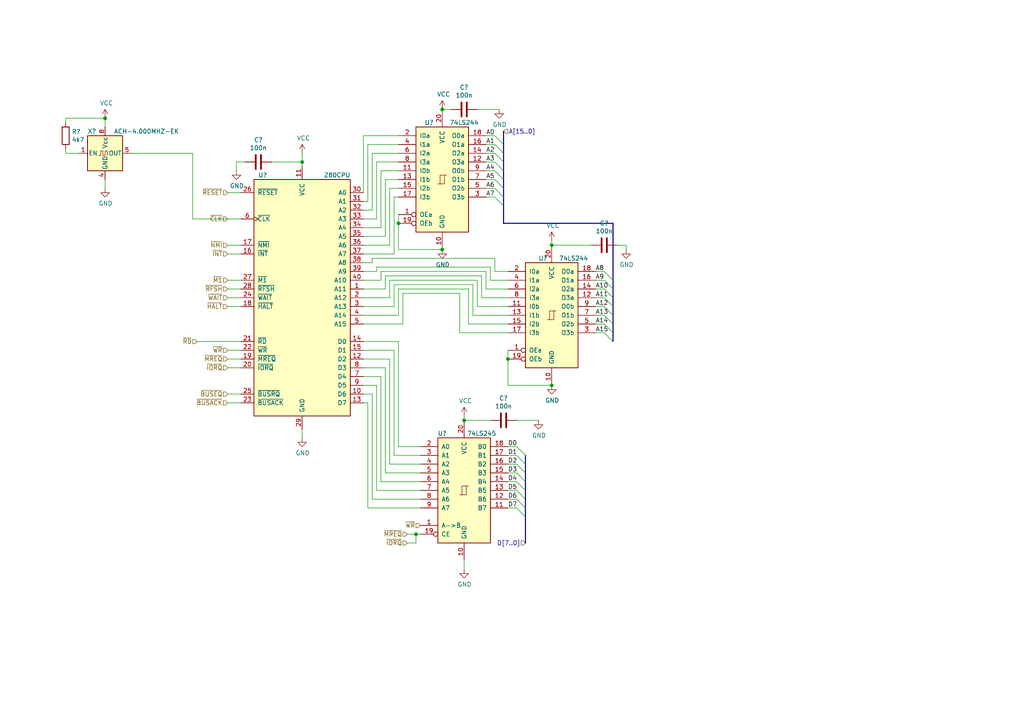
<source format=kicad_sch>
(kicad_sch (version 20211123) (generator eeschema)
  (paper "A4")
  (title_block (title "CPU, ROM, Clock, and buffers") (date "2021-12-13"))
  (lib_symbols
    (symbol "74xx:74LS244" (pin_names (offset 1.016))
      (property "Reference" "U" (at -7.62 16.51 0))
      (property "Value" "74LS244" (at -7.62 -16.51 0))
      (symbol "74LS244_1_0"
        (polyline (pts (xy -0.635 -1.27) (xy -0.635 1.27) (xy 0.635 1.27)))
        (polyline (pts (xy -1.27 -1.27) (xy 0.635 -1.27) (xy 0.635 1.27) (xy 1.27 1.27)))
        (pin input inverted (at -12.7 -10.16 0) (length 5.08) (name "OEa") (number "1"))
        (pin power_in line (at 0 -20.32 90) (length 5.08) (name "GND") (number "10"))
        (pin input line (at -12.7 2.54 0) (length 5.08) (name "I0b") (number "11"))
        (pin tri_state line (at 12.7 5.08 180) (length 5.08) (name "O3a") (number "12"))
        (pin input line (at -12.7 0 0) (length 5.08) (name "I1b") (number "13"))
        (pin tri_state line (at 12.7 7.62 180) (length 5.08) (name "O2a") (number "14"))
        (pin input line (at -12.7 -2.54 0) (length 5.08) (name "I2b") (number "15"))
        (pin tri_state line (at 12.7 10.16 180) (length 5.08) (name "O1a") (number "16"))
        (pin input line (at -12.7 -5.08 0) (length 5.08) (name "I3b") (number "17"))
        (pin tri_state line (at 12.7 12.7 180) (length 5.08) (name "O0a") (number "18"))
        (pin input inverted (at -12.7 -12.7 0) (length 5.08) (name "OEb") (number "19"))
        (pin input line (at -12.7 12.7 0) (length 5.08) (name "I0a") (number "2"))
        (pin power_in line (at 0 20.32 270) (length 5.08) (name "VCC") (number "20"))
        (pin tri_state line (at 12.7 -5.08 180) (length 5.08) (name "O3b") (number "3"))
        (pin input line (at -12.7 10.16 0) (length 5.08) (name "I1a") (number "4"))
        (pin tri_state line (at 12.7 -2.54 180) (length 5.08) (name "O2b") (number "5"))
        (pin input line (at -12.7 7.62 0) (length 5.08) (name "I2a") (number "6"))
        (pin tri_state line (at 12.7 0 180) (length 5.08) (name "O1b") (number "7"))
        (pin input line (at -12.7 5.08 0) (length 5.08) (name "I3a") (number "8"))
        (pin tri_state line (at 12.7 2.54 180) (length 5.08) (name "O0b") (number "9"))
      )
      (symbol "74LS244_1_1"
        (rectangle (start -7.62 15.24) (end 7.62 -15.24) (stroke (width 0.254)) (fill (type background)))
      )
    )
    (symbol "74xx:74LS245" (pin_names (offset 1.016))
      (property "Reference" "U" (at -7.62 16.51 0))
      (property "Value" "74LS245" (at -7.62 -16.51 0))
      (symbol "74LS245_1_0"
        (polyline (pts (xy -0.635 -1.27) (xy -0.635 1.27) (xy 0.635 1.27)))
        (polyline (pts (xy -1.27 -1.27) (xy 0.635 -1.27) (xy 0.635 1.27) (xy 1.27 1.27)))
        (pin input line (at -12.7 -10.16 0) (length 5.08) (name "A->B") (number "1"))
        (pin power_in line (at 0 -20.32 90) (length 5.08) (name "GND") (number "10"))
        (pin tri_state line (at 12.7 -5.08 180) (length 5.08) (name "B7") (number "11"))
        (pin tri_state line (at 12.7 -2.54 180) (length 5.08) (name "B6") (number "12"))
        (pin tri_state line (at 12.7 0 180) (length 5.08) (name "B5") (number "13"))
        (pin tri_state line (at 12.7 2.54 180) (length 5.08) (name "B4") (number "14"))
        (pin tri_state line (at 12.7 5.08 180) (length 5.08) (name "B3") (number "15"))
        (pin tri_state line (at 12.7 7.62 180) (length 5.08) (name "B2") (number "16"))
        (pin tri_state line (at 12.7 10.16 180) (length 5.08) (name "B1") (number "17"))
        (pin tri_state line (at 12.7 12.7 180) (length 5.08) (name "B0") (number "18"))
        (pin input inverted (at -12.7 -12.7 0) (length 5.08) (name "CE") (number "19"))
        (pin tri_state line (at -12.7 12.7 0) (length 5.08) (name "A0") (number "2"))
        (pin power_in line (at 0 20.32 270) (length 5.08) (name "VCC") (number "20"))
        (pin tri_state line (at -12.7 10.16 0) (length 5.08) (name "A1") (number "3"))
        (pin tri_state line (at -12.7 7.62 0) (length 5.08) (name "A2") (number "4"))
        (pin tri_state line (at -12.7 5.08 0) (length 5.08) (name "A3") (number "5"))
        (pin tri_state line (at -12.7 2.54 0) (length 5.08) (name "A4") (number "6"))
        (pin tri_state line (at -12.7 0 0) (length 5.08) (name "A5") (number "7"))
        (pin tri_state line (at -12.7 -2.54 0) (length 5.08) (name "A6") (number "8"))
        (pin tri_state line (at -12.7 -5.08 0) (length 5.08) (name "A7") (number "9"))
      )
      (symbol "74LS245_1_1"
        (rectangle (start -7.62 15.24) (end 7.62 -15.24) (stroke (width 0.254)) (fill (type background)))
      )
    )
    (symbol "CPU:Z80CPU" (pin_names (offset 1.016))
      (property "Reference" "U" (at -13.97 35.56 0))
      (property "Value" "Z80CPU" (at 6.35 35.56 0))
      (symbol "Z80CPU_0_1"
        (rectangle (start -13.97 34.29) (end 13.97 -34.29) (stroke (width 0.254)) (fill (type background)))
      )
      (symbol "Z80CPU_1_1"
        (pin output line (at 17.78 2.54 180) (length 3.81) (name "A11") (number "1"))
        (pin bidirectional line (at 17.78 -27.94 180) (length 3.81) (name "D6") (number "10"))
        (pin power_in line (at 0 38.1 270) (length 3.81) (name "VCC") (number "11"))
        (pin bidirectional line (at 17.78 -17.78 180) (length 3.81) (name "D2") (number "12"))
        (pin bidirectional line (at 17.78 -30.48 180) (length 3.81) (name "D7") (number "13"))
        (pin bidirectional line (at 17.78 -12.7 180) (length 3.81) (name "D0") (number "14"))
        (pin bidirectional line (at 17.78 -15.24 180) (length 3.81) (name "D1") (number "15"))
        (pin input line (at -17.78 12.7 0) (length 3.81) (name "~{INT}") (number "16"))
        (pin input line (at -17.78 15.24 0) (length 3.81) (name "~{NMI}") (number "17"))
        (pin output line (at -17.78 -2.54 0) (length 3.81) (name "~{HALT}") (number "18"))
        (pin output line (at -17.78 -17.78 0) (length 3.81) (name "~{MREQ}") (number "19"))
        (pin output line (at 17.78 0 180) (length 3.81) (name "A12") (number "2"))
        (pin output line (at -17.78 -20.32 0) (length 3.81) (name "~{IORQ}") (number "20"))
        (pin output line (at -17.78 -12.7 0) (length 3.81) (name "~{RD}") (number "21"))
        (pin output line (at -17.78 -15.24 0) (length 3.81) (name "~{WR}") (number "22"))
        (pin output line (at -17.78 -30.48 0) (length 3.81) (name "~{BUSACK}") (number "23"))
        (pin input line (at -17.78 0 0) (length 3.81) (name "~{WAIT}") (number "24"))
        (pin input line (at -17.78 -27.94 0) (length 3.81) (name "~{BUSRQ}") (number "25"))
        (pin input line (at -17.78 30.48 0) (length 3.81) (name "~{RESET}") (number "26"))
        (pin output line (at -17.78 5.08 0) (length 3.81) (name "~{M1}") (number "27"))
        (pin output line (at -17.78 2.54 0) (length 3.81) (name "~{RFSH}") (number "28"))
        (pin power_in line (at 0 -38.1 90) (length 3.81) (name "GND") (number "29"))
        (pin output line (at 17.78 -2.54 180) (length 3.81) (name "A13") (number "3"))
        (pin output line (at 17.78 30.48 180) (length 3.81) (name "A0") (number "30"))
        (pin output line (at 17.78 27.94 180) (length 3.81) (name "A1") (number "31"))
        (pin output line (at 17.78 25.4 180) (length 3.81) (name "A2") (number "32"))
        (pin output line (at 17.78 22.86 180) (length 3.81) (name "A3") (number "33"))
        (pin output line (at 17.78 20.32 180) (length 3.81) (name "A4") (number "34"))
        (pin output line (at 17.78 17.78 180) (length 3.81) (name "A5") (number "35"))
        (pin output line (at 17.78 15.24 180) (length 3.81) (name "A6") (number "36"))
        (pin output line (at 17.78 12.7 180) (length 3.81) (name "A7") (number "37"))
        (pin output line (at 17.78 10.16 180) (length 3.81) (name "A8") (number "38"))
        (pin output line (at 17.78 7.62 180) (length 3.81) (name "A9") (number "39"))
        (pin output line (at 17.78 -5.08 180) (length 3.81) (name "A14") (number "4"))
        (pin output line (at 17.78 5.08 180) (length 3.81) (name "A10") (number "40"))
        (pin output line (at 17.78 -7.62 180) (length 3.81) (name "A15") (number "5"))
        (pin input clock (at -17.78 22.86 0) (length 3.81) (name "~{CLK}") (number "6"))
        (pin bidirectional line (at 17.78 -22.86 180) (length 3.81) (name "D4") (number "7"))
        (pin bidirectional line (at 17.78 -20.32 180) (length 3.81) (name "D3") (number "8"))
        (pin bidirectional line (at 17.78 -25.4 180) (length 3.81) (name "D5") (number "9"))
      )
    )
    (symbol "Device:C" (pin_numbers hide) (pin_names (offset 0.254))
      (property "Reference" "C" (at 0.635 2.54 0))
      (property "Value" "C" (at 0.635 -2.54 0))
      (symbol "C_0_1"
        (polyline (pts (xy -2.032 -0.762) (xy 2.032 -0.762)) (stroke (width 0.508)))
        (polyline (pts (xy -2.032 0.762) (xy 2.032 0.762)) (stroke (width 0.508)))
      )
      (symbol "C_1_1"
        (pin passive line (at 0 3.81 270) (length 2.794) (name "~") (number "1"))
        (pin passive line (at 0 -3.81 90) (length 2.794) (name "~") (number "2"))
      )
    )
    (symbol "Device:R" (pin_numbers hide) (pin_names (offset 0))
      (property "Reference" "R" (at 2.032 0 90))
      (property "Value" "R" (at 0 0 90))
      (symbol "R_0_1"
        (rectangle (start -1.016 -2.54) (end 1.016 2.54) (stroke (width 0.254)))
      )
      (symbol "R_1_1"
        (pin passive line (at 0 3.81 270) (length 1.27) (name "~") (number "1"))
        (pin passive line (at 0 -3.81 90) (length 1.27) (name "~") (number "2"))
      )
    )
    (symbol "Oscillator:CXO_DIP8" (pin_names (offset 0.254))
      (property "Reference" "X" (at -5.08 6.35 0))
      (property "Value" "CXO_DIP8" (at 1.27 -6.35 0))
      (symbol "CXO_DIP8_0_1"
        (rectangle (start -5.08 5.08) (end 5.08 -5.08) (stroke (width 0.254)) (fill (type background)))
        (polyline (pts (xy -1.905 -0.635) (xy -1.27 -0.635) (xy -1.27 0.635) (xy -0.635 0.635) (xy -0.635 -0.635) (xy 0 -0.635) (xy 0 0.635) (xy 0.635 0.635) (xy 0.635 -0.635)))
      )
      (symbol "CXO_DIP8_1_1"
        (pin input line (at -7.62 0 0) (length 2.54) (name "EN") (number "1"))
        (pin power_in line (at 0 -7.62 90) (length 2.54) (name "GND") (number "4"))
        (pin output line (at 7.62 0 180) (length 2.54) (name "OUT") (number "5"))
        (pin power_in line (at 0 7.62 270) (length 2.54) (name "Vcc") (number "8"))
      )
    )
    (symbol "power:GND" (power) (pin_names (offset 0))
      (property "Value" "GND" (at 0 -3.81 0))
      (symbol "GND_0_1"
        (polyline (pts (xy 0 0) (xy 0 -1.27) (xy 1.27 -1.27) (xy 0 -2.54) (xy -1.27 -1.27) (xy 0 -1.27)))
      )
      (symbol "GND_1_1"
        (pin power_in line (at 0 0 270) (length 0) hide (name "GND") (number "1"))
      )
    )
    (symbol "power:VCC" (power) (pin_names (offset 0))
      (property "Value" "VCC" (at 0 3.81 0))
      (symbol "VCC_0_1"
        (polyline (pts (xy -0.762 1.27) (xy 0 2.54)))
        (polyline (pts (xy 0 0) (xy 0 2.54)))
        (polyline (pts (xy 0 2.54) (xy 0.762 1.27)))
      )
      (symbol "VCC_1_1"
        (pin power_in line (at 0 0 90) (length 0) hide (name "VCC") (number "1"))
      )
    )
  )
  (junction (at 147.32 104.14))
  (junction (at 160.02 71.12))
  (junction (at 120.65 154.94))
  (junction (at 134.62 121.92))
  (junction (at 30.48 34.29))
  (junction (at 128.27 31.75))
  (junction (at 87.63 46.99))
  (junction (at 160.02 111.76))
  (junction (at 115.57 64.77))
  (junction (at 128.27 72.39))
  (bus_entry (at 175.26 93.98) (size 2.54 2.54))
  (bus_entry (at 175.26 91.44) (size 2.54 2.54))
  (bus_entry (at 143.51 46.99) (size 2.54 2.54))
  (bus_entry (at 143.51 39.37) (size 2.54 2.54))
  (bus_entry (at 149.86 137.16) (size 2.54 2.54))
  (bus_entry (at 175.26 83.82) (size 2.54 2.54))
  (bus_entry (at 143.51 52.07) (size 2.54 2.54))
  (bus_entry (at 149.86 142.24) (size 2.54 2.54))
  (bus_entry (at 143.51 41.91) (size 2.54 2.54))
  (bus_entry (at 149.86 147.32) (size 2.54 2.54))
  (bus_entry (at 143.51 57.15) (size 2.54 2.54))
  (bus_entry (at 175.26 86.36) (size 2.54 2.54))
  (bus_entry (at 149.86 129.54) (size 2.54 2.54))
  (bus_entry (at 175.26 88.9) (size 2.54 2.54))
  (bus_entry (at 149.86 139.7) (size 2.54 2.54))
  (bus_entry (at 149.86 144.78) (size 2.54 2.54))
  (bus_entry (at 175.26 81.28) (size 2.54 2.54))
  (bus_entry (at 143.51 49.53) (size 2.54 2.54))
  (bus_entry (at 149.86 132.08) (size 2.54 2.54))
  (bus_entry (at 143.51 54.61) (size 2.54 2.54))
  (bus_entry (at 149.86 134.62) (size 2.54 2.54))
  (bus_entry (at 143.51 44.45) (size 2.54 2.54))
  (bus_entry (at 175.26 78.74) (size 2.54 2.54))
  (bus_entry (at 175.26 96.52) (size 2.54 2.54))
  (wire (pts (xy 22.86 44.45) (xy 19.05 44.45)))
  (bus (pts (xy 152.4 147.32) (xy 152.4 149.86)))
  (wire (pts (xy 105.41 63.5) (xy 109.22 63.5)))
  (wire (pts (xy 107.95 74.93) (xy 143.51 74.93)))
  (wire (pts (xy 139.7 80.01) (xy 139.7 86.36)))
  (wire (pts (xy 105.41 111.76) (xy 109.22 111.76)))
  (bus (pts (xy 177.8 81.28) (xy 177.8 83.82)))
  (wire (pts (xy 140.97 52.07) (xy 143.51 52.07)))
  (bus (pts (xy 146.05 41.91) (xy 146.05 44.45)))
  (wire (pts (xy 120.65 154.94) (xy 121.92 154.94)))
  (wire (pts (xy 66.04 55.88) (xy 69.85 55.88)))
  (wire (pts (xy 138.43 81.28) (xy 113.03 81.28)))
  (wire (pts (xy 114.3 101.6) (xy 114.3 132.08)))
  (wire (pts (xy 147.32 144.78) (xy 149.86 144.78)))
  (wire (pts (xy 55.88 63.5) (xy 69.85 63.5)))
  (wire (pts (xy 147.32 142.24) (xy 149.86 142.24)))
  (wire (pts (xy 105.41 60.96) (xy 107.95 60.96)))
  (wire (pts (xy 172.72 93.98) (xy 175.26 93.98)))
  (wire (pts (xy 147.32 111.76) (xy 147.32 104.14)))
  (wire (pts (xy 115.57 91.44) (xy 105.41 91.44)))
  (bus (pts (xy 177.8 64.77) (xy 146.05 64.77)))
  (wire (pts (xy 172.72 78.74) (xy 175.26 78.74)))
  (wire (pts (xy 160.02 71.12) (xy 171.45 71.12)))
  (wire (pts (xy 105.41 106.68) (xy 111.76 106.68)))
  (wire (pts (xy 138.43 81.28) (xy 138.43 88.9)))
  (wire (pts (xy 121.92 139.7) (xy 110.49 139.7)))
  (bus (pts (xy 146.05 46.99) (xy 146.05 49.53)))
  (wire (pts (xy 109.22 63.5) (xy 109.22 46.99)))
  (wire (pts (xy 66.04 86.36) (xy 69.85 86.36)))
  (bus (pts (xy 152.4 134.62) (xy 152.4 137.16)))
  (wire (pts (xy 115.57 62.23) (xy 115.57 64.77)))
  (bus (pts (xy 177.8 93.98) (xy 177.8 96.52)))
  (wire (pts (xy 87.63 46.99) (xy 87.63 48.26)))
  (wire (pts (xy 55.88 63.5) (xy 55.88 44.45)))
  (bus (pts (xy 177.8 64.77) (xy 177.8 81.28)))
  (wire (pts (xy 87.63 44.45) (xy 87.63 46.99)))
  (wire (pts (xy 114.3 82.55) (xy 114.3 88.9)))
  (wire (pts (xy 120.65 157.48) (xy 120.65 154.94)))
  (wire (pts (xy 66.04 81.28) (xy 69.85 81.28)))
  (wire (pts (xy 111.76 68.58) (xy 111.76 52.07)))
  (wire (pts (xy 140.97 57.15) (xy 143.51 57.15)))
  (wire (pts (xy 149.86 121.92) (xy 156.21 121.92)))
  (wire (pts (xy 66.04 114.3) (xy 69.85 114.3)))
  (wire (pts (xy 66.04 83.82) (xy 69.85 83.82)))
  (wire (pts (xy 113.03 81.28) (xy 113.03 86.36)))
  (wire (pts (xy 114.3 132.08) (xy 121.92 132.08)))
  (wire (pts (xy 114.3 88.9) (xy 105.41 88.9)))
  (wire (pts (xy 105.41 39.37) (xy 115.57 39.37)))
  (wire (pts (xy 140.97 83.82) (xy 147.32 83.82)))
  (wire (pts (xy 66.04 116.84) (xy 69.85 116.84)))
  (wire (pts (xy 143.51 74.93) (xy 143.51 78.74)))
  (wire (pts (xy 105.41 116.84) (xy 106.68 116.84)))
  (wire (pts (xy 114.3 73.66) (xy 105.41 73.66)))
  (wire (pts (xy 110.49 78.74) (xy 110.49 81.28)))
  (bus (pts (xy 177.8 86.36) (xy 177.8 88.9)))
  (wire (pts (xy 142.24 77.47) (xy 142.24 81.28)))
  (bus (pts (xy 152.4 149.86) (xy 152.4 157.48)))
  (wire (pts (xy 110.49 109.22) (xy 105.41 109.22)))
  (wire (pts (xy 106.68 116.84) (xy 106.68 147.32)))
  (wire (pts (xy 142.24 77.47) (xy 109.22 77.47)))
  (wire (pts (xy 106.68 58.42) (xy 106.68 41.91)))
  (wire (pts (xy 19.05 34.29) (xy 30.48 34.29)))
  (bus (pts (xy 146.05 44.45) (xy 146.05 46.99)))
  (wire (pts (xy 114.3 57.15) (xy 114.3 73.66)))
  (bus (pts (xy 177.8 88.9) (xy 177.8 91.44)))
  (wire (pts (xy 147.32 129.54) (xy 149.86 129.54)))
  (wire (pts (xy 106.68 41.91) (xy 115.57 41.91)))
  (wire (pts (xy 140.97 78.74) (xy 140.97 83.82)))
  (wire (pts (xy 118.11 154.94) (xy 120.65 154.94)))
  (wire (pts (xy 107.95 114.3) (xy 107.95 144.78)))
  (wire (pts (xy 134.62 162.56) (xy 134.62 165.1)))
  (wire (pts (xy 111.76 106.68) (xy 111.76 137.16)))
  (wire (pts (xy 105.41 68.58) (xy 111.76 68.58)))
  (wire (pts (xy 138.43 88.9) (xy 147.32 88.9)))
  (wire (pts (xy 105.41 76.2) (xy 107.95 76.2)))
  (wire (pts (xy 140.97 54.61) (xy 143.51 54.61)))
  (wire (pts (xy 115.57 64.77) (xy 115.57 72.39)))
  (wire (pts (xy 140.97 41.91) (xy 143.51 41.91)))
  (wire (pts (xy 113.03 86.36) (xy 105.41 86.36)))
  (wire (pts (xy 113.03 134.62) (xy 113.03 104.14)))
  (wire (pts (xy 105.41 55.88) (xy 105.41 39.37)))
  (wire (pts (xy 110.49 66.04) (xy 110.49 49.53)))
  (wire (pts (xy 137.16 91.44) (xy 147.32 91.44)))
  (wire (pts (xy 160.02 69.85) (xy 160.02 71.12)))
  (wire (pts (xy 140.97 78.74) (xy 110.49 78.74)))
  (bus (pts (xy 152.4 139.7) (xy 152.4 142.24)))
  (wire (pts (xy 172.72 86.36) (xy 175.26 86.36)))
  (wire (pts (xy 172.72 91.44) (xy 175.26 91.44)))
  (bus (pts (xy 146.05 54.61) (xy 146.05 57.15)))
  (wire (pts (xy 142.24 81.28) (xy 147.32 81.28)))
  (wire (pts (xy 137.16 82.55) (xy 137.16 91.44)))
  (wire (pts (xy 139.7 86.36) (xy 147.32 86.36)))
  (wire (pts (xy 179.07 71.12) (xy 181.61 71.12)))
  (wire (pts (xy 105.41 101.6) (xy 114.3 101.6)))
  (wire (pts (xy 115.57 129.54) (xy 121.92 129.54)))
  (wire (pts (xy 115.57 99.06) (xy 115.57 129.54)))
  (wire (pts (xy 66.04 101.6) (xy 69.85 101.6)))
  (wire (pts (xy 68.58 46.99) (xy 71.12 46.99)))
  (wire (pts (xy 66.04 88.9) (xy 69.85 88.9)))
  (wire (pts (xy 107.95 144.78) (xy 121.92 144.78)))
  (wire (pts (xy 160.02 111.76) (xy 147.32 111.76)))
  (wire (pts (xy 19.05 35.56) (xy 19.05 34.29)))
  (wire (pts (xy 30.48 54.61) (xy 30.48 52.07)))
  (wire (pts (xy 116.84 93.98) (xy 116.84 85.09)))
  (wire (pts (xy 109.22 111.76) (xy 109.22 142.24)))
  (bus (pts (xy 146.05 57.15) (xy 146.05 59.69)))
  (wire (pts (xy 137.16 82.55) (xy 114.3 82.55)))
  (wire (pts (xy 115.57 83.82) (xy 115.57 91.44)))
  (wire (pts (xy 66.04 104.14) (xy 69.85 104.14)))
  (wire (pts (xy 135.89 83.82) (xy 135.89 93.98)))
  (wire (pts (xy 109.22 78.74) (xy 105.41 78.74)))
  (wire (pts (xy 107.95 44.45) (xy 115.57 44.45)))
  (wire (pts (xy 105.41 99.06) (xy 115.57 99.06)))
  (bus (pts (xy 152.4 137.16) (xy 152.4 139.7)))
  (bus (pts (xy 177.8 91.44) (xy 177.8 93.98)))
  (wire (pts (xy 135.89 83.82) (xy 115.57 83.82)))
  (wire (pts (xy 105.41 66.04) (xy 110.49 66.04)))
  (wire (pts (xy 105.41 114.3) (xy 107.95 114.3)))
  (wire (pts (xy 30.48 34.29) (xy 30.48 36.83)))
  (bus (pts (xy 146.05 38.1) (xy 146.05 41.91)))
  (bus (pts (xy 146.05 59.69) (xy 146.05 64.77)))
  (wire (pts (xy 134.62 120.65) (xy 134.62 121.92)))
  (wire (pts (xy 66.04 106.68) (xy 69.85 106.68)))
  (wire (pts (xy 114.3 57.15) (xy 115.57 57.15)))
  (wire (pts (xy 113.03 54.61) (xy 113.03 71.12)))
  (wire (pts (xy 69.85 99.06) (xy 57.15 99.06)))
  (wire (pts (xy 140.97 46.99) (xy 143.51 46.99)))
  (wire (pts (xy 147.32 139.7) (xy 149.86 139.7)))
  (wire (pts (xy 107.95 60.96) (xy 107.95 44.45)))
  (wire (pts (xy 111.76 137.16) (xy 121.92 137.16)))
  (wire (pts (xy 19.05 44.45) (xy 19.05 43.18)))
  (wire (pts (xy 135.89 93.98) (xy 147.32 93.98)))
  (wire (pts (xy 105.41 58.42) (xy 106.68 58.42)))
  (wire (pts (xy 110.49 81.28) (xy 105.41 81.28)))
  (wire (pts (xy 68.58 49.53) (xy 68.58 46.99)))
  (wire (pts (xy 133.35 85.09) (xy 133.35 96.52)))
  (wire (pts (xy 128.27 72.39) (xy 115.57 72.39)))
  (wire (pts (xy 66.04 71.12) (xy 69.85 71.12)))
  (wire (pts (xy 109.22 46.99) (xy 115.57 46.99)))
  (wire (pts (xy 113.03 71.12) (xy 105.41 71.12)))
  (wire (pts (xy 38.1 44.45) (xy 55.88 44.45)))
  (wire (pts (xy 172.72 96.52) (xy 175.26 96.52)))
  (wire (pts (xy 128.27 31.75) (xy 130.81 31.75)))
  (wire (pts (xy 172.72 88.9) (xy 175.26 88.9)))
  (wire (pts (xy 140.97 39.37) (xy 143.51 39.37)))
  (wire (pts (xy 109.22 142.24) (xy 121.92 142.24)))
  (wire (pts (xy 134.62 121.92) (xy 142.24 121.92)))
  (wire (pts (xy 140.97 44.45) (xy 143.51 44.45)))
  (wire (pts (xy 107.95 76.2) (xy 107.95 74.93)))
  (wire (pts (xy 111.76 80.01) (xy 111.76 83.82)))
  (wire (pts (xy 133.35 96.52) (xy 147.32 96.52)))
  (bus (pts (xy 146.05 52.07) (xy 146.05 54.61)))
  (bus (pts (xy 177.8 96.52) (xy 177.8 99.06)))
  (wire (pts (xy 66.04 73.66) (xy 69.85 73.66)))
  (wire (pts (xy 147.32 132.08) (xy 149.86 132.08)))
  (bus (pts (xy 152.4 132.08) (xy 152.4 134.62)))
  (wire (pts (xy 172.72 81.28) (xy 175.26 81.28)))
  (wire (pts (xy 138.43 31.75) (xy 144.78 31.75)))
  (wire (pts (xy 143.51 78.74) (xy 147.32 78.74)))
  (wire (pts (xy 147.32 104.14) (xy 147.32 101.6)))
  (bus (pts (xy 152.4 144.78) (xy 152.4 147.32)))
  (wire (pts (xy 110.49 139.7) (xy 110.49 109.22)))
  (wire (pts (xy 147.32 137.16) (xy 149.86 137.16)))
  (bus (pts (xy 152.4 142.24) (xy 152.4 144.78)))
  (bus (pts (xy 177.8 83.82) (xy 177.8 86.36)))
  (wire (pts (xy 181.61 71.12) (xy 181.61 72.39)))
  (wire (pts (xy 140.97 49.53) (xy 143.51 49.53)))
  (wire (pts (xy 87.63 127) (xy 87.63 124.46)))
  (bus (pts (xy 146.05 49.53) (xy 146.05 52.07)))
  (wire (pts (xy 105.41 93.98) (xy 116.84 93.98)))
  (wire (pts (xy 111.76 83.82) (xy 105.41 83.82)))
  (wire (pts (xy 149.86 147.32) (xy 147.32 147.32)))
  (wire (pts (xy 111.76 52.07) (xy 115.57 52.07)))
  (wire (pts (xy 116.84 85.09) (xy 133.35 85.09)))
  (wire (pts (xy 106.68 147.32) (xy 121.92 147.32)))
  (wire (pts (xy 109.22 77.47) (xy 109.22 78.74)))
  (wire (pts (xy 147.32 134.62) (xy 149.86 134.62)))
  (wire (pts (xy 110.49 49.53) (xy 115.57 49.53)))
  (wire (pts (xy 121.92 134.62) (xy 113.03 134.62)))
  (wire (pts (xy 118.11 157.48) (xy 120.65 157.48)))
  (wire (pts (xy 172.72 83.82) (xy 175.26 83.82)))
  (wire (pts (xy 113.03 104.14) (xy 105.41 104.14)))
  (wire (pts (xy 139.7 80.01) (xy 111.76 80.01)))
  (wire (pts (xy 115.57 54.61) (xy 113.03 54.61)))
  (wire (pts (xy 78.74 46.99) (xy 87.63 46.99)))
  (label "A7" (at 140.97 57.15 0))
  (label "D3" (at 147.32 137.16 0))
  (label "A15" (at 172.72 96.52 0))
  (label "A2" (at 140.97 44.45 0))
  (label "A12" (at 172.72 88.9 0))
  (label "A1" (at 140.97 41.91 0))
  (label "A8" (at 172.72 78.74 0))
  (label "A14" (at 172.72 93.98 0))
  (label "A5" (at 140.97 52.07 0))
  (label "A6" (at 140.97 54.61 0))
  (label "D5" (at 147.32 142.24 0))
  (label "A3" (at 140.97 46.99 0))
  (label "A4" (at 140.97 49.53 0))
  (label "A11" (at 172.72 86.36 0))
  (label "D7" (at 147.32 147.32 0))
  (label "D2" (at 147.32 134.62 0))
  (label "A0" (at 140.97 39.37 0))
  (label "A13" (at 172.72 91.44 0))
  (label "D0" (at 147.32 129.54 0))
  (label "D1" (at 147.32 132.08 0))
  (label "D4" (at 147.32 139.7 0))
  (label "A10" (at 172.72 83.82 0))
  (label "D6" (at 147.32 144.78 0))
  (label "A9" (at 172.72 81.28 0))
  (hierarchical_label "~{IORQ}" (shape input) (at 66.04 106.68 180))
  (hierarchical_label "~{RD}" (shape input) (at 57.15 99.06 180))
  (hierarchical_label "~{WR}" (shape input) (at 121.92 152.4 180))
  (hierarchical_label "~{MREQ}" (shape input) (at 118.11 154.94 180))
  (hierarchical_label "~{BUSEQ}" (shape input) (at 66.04 114.3 180))
  (hierarchical_label "~{IORQ}" (shape input) (at 118.11 157.48 180))
  (hierarchical_label "~{NMI}" (shape input) (at 66.04 71.12 180))
  (hierarchical_label "~{HALT}" (shape input) (at 66.04 88.9 180))
  (hierarchical_label "~{WAIT}" (shape input) (at 66.04 86.36 180))
  (hierarchical_label "~{BUSACK}" (shape input) (at 66.04 116.84 180))
  (hierarchical_label "~{RESET}" (shape input) (at 66.04 55.88 180))
  (hierarchical_label "~{RFSH}" (shape input) (at 66.04 83.82 180))
  (hierarchical_label "~{CLK}" (shape input) (at 66.04 63.5 180))
  (hierarchical_label "A[15..0]" (shape input) (at 146.05 38.1 0))
  (hierarchical_label "~{MREQ}" (shape input) (at 66.04 104.14 180))
  (hierarchical_label "D[7..0]" (shape input) (at 152.4 157.48 180))
  (hierarchical_label "~{INT}" (shape input) (at 66.04 73.66 180))
  (hierarchical_label "~{M1}" (shape input) (at 66.04 81.28 180))
  (hierarchical_label "~{WR}" (shape input) (at 66.04 101.6 180))
  (symbol (lib_id "74xx:74LS244") (at 128.27 52.07 0) (unit 1)
    (property "Reference" "U?" (at 124.46 35.56 0))
    (property "Value" "74LS244" (at 134.62 35.56 0))
    (property "Datasheet" "http://www.ti.com/lit/ds/symlink/sn74ls244.pdf" (effects hide))
  )
  (symbol (lib_id "CPU:Z80CPU") (at 87.63 86.36 0) (unit 1)
    (property "Reference" "U?" (at 76.2 50.8 0))
    (property "Value" "Z80CPU" (at 97.79 50.8 0))
    (property "Datasheet" "www.zilog.com/manage_directlink.php?filepath=docs/z80/um0080" (effects hide))
  )
  (symbol (lib_id "power:GND") (at 87.63 127 0) (unit 1)
    (property "Reference" "#PWR?" (effects hide))
    (property "Value" "GND" (at 87.757 131.3942 0))
  )
  (symbol (lib_id "power:VCC") (at 87.63 44.45 0) (unit 1)
    (property "Reference" "#PWR?" (effects hide))
    (property "Value" "VCC" (at 88.011 40.0558 0))
  )
  (symbol (lib_id "power:GND") (at 134.62 165.1 0) (unit 1)
    (property "Reference" "#PWR?" (effects hide))
    (property "Value" "GND" (at 134.747 169.4942 0))
  )
  (symbol (lib_id "power:VCC") (at 134.62 120.65 0) (unit 1)
    (property "Reference" "#PWR?" (effects hide))
    (property "Value" "VCC" (at 135.001 116.2558 0))
  )
  (symbol (lib_id "74xx:74LS245") (at 134.62 142.24 0) (unit 1)
    (property "Reference" "U?" (at 128.27 125.73 0))
    (property "Value" "74LS245" (at 139.7 125.73 0))
    (property "Datasheet" "http://www.ti.com/lit/gpn/sn74LS245" (effects hide))
  )
  (symbol (lib_id "74xx:74LS244") (at 160.02 91.44 0) (unit 1)
    (property "Reference" "U?" (at 157.48 74.93 0))
    (property "Value" "74LS244" (at 166.37 74.93 0))
    (property "Datasheet" "http://www.ti.com/lit/ds/symlink/sn74ls244.pdf" (effects hide))
  )
  (symbol (lib_id "Device:C") (at 134.62 31.75 270) (unit 1)
    (property "Reference" "C?" (at 134.62 25.3492 90))
    (property "Value" "100n" (at 134.62 27.6606 90))
  )
  (symbol (lib_id "power:GND") (at 144.78 31.75 0) (unit 1)
    (property "Reference" "#PWR?" (effects hide))
    (property "Value" "GND" (at 144.907 36.1442 0))
  )
  (symbol (lib_id "Device:C") (at 175.26 71.12 270) (unit 1)
    (property "Reference" "C?" (at 175.26 64.7192 90))
    (property "Value" "100n" (at 175.26 67.0306 90))
  )
  (symbol (lib_id "power:GND") (at 181.61 72.39 0) (unit 1)
    (property "Reference" "#PWR?" (effects hide))
    (property "Value" "GND" (at 181.737 76.7842 0))
  )
  (symbol (lib_id "power:GND") (at 160.02 111.76 0) (unit 1)
    (property "Reference" "#PWR?" (effects hide))
    (property "Value" "GND" (at 160.147 116.1542 0))
  )
  (symbol (lib_id "power:GND") (at 128.27 72.39 0) (unit 1)
    (property "Reference" "#PWR?" (effects hide))
    (property "Value" "GND" (at 128.397 76.7842 0))
  )
  (symbol (lib_id "power:VCC") (at 160.02 69.85 0) (unit 1)
    (property "Reference" "#PWR?" (effects hide))
    (property "Value" "VCC" (at 160.401 65.4558 0))
  )
  (symbol (lib_id "power:VCC") (at 128.27 31.75 0) (unit 1)
    (property "Reference" "#PWR?" (effects hide))
    (property "Value" "VCC" (at 128.651 27.3558 0))
  )
  (symbol (lib_id "Device:C") (at 146.05 121.92 270) (unit 1)
    (property "Reference" "C?" (at 146.05 115.5192 90))
    (property "Value" "100n" (at 146.05 117.8306 90))
  )
  (symbol (lib_id "power:GND") (at 156.21 121.92 0) (unit 1)
    (property "Reference" "#PWR?" (effects hide))
    (property "Value" "GND" (at 156.337 126.3142 0))
  )
  (symbol (lib_id "Device:C") (at 74.93 46.99 270) (unit 1)
    (property "Reference" "C?" (at 74.93 40.5892 90))
    (property "Value" "100n" (at 74.93 42.9006 90))
  )
  (symbol (lib_id "power:GND") (at 68.58 49.53 0) (unit 1)
    (property "Reference" "#PWR?" (effects hide))
    (property "Value" "GND" (at 68.707 53.9242 0))
  )
  (symbol (lib_id "Oscillator:CXO_DIP8") (at 30.48 44.45 0) (unit 1)
    (property "Reference" "X?" (at 25.4 38.1 0) (effects (justify left)))
    (property "Value" "ACH-4.000MHZ-EK" (at 33.02 38.1 0) (effects (justify left)))
    (property "Footprint" "Oscillator:Oscillator_DIP-8" (effects hide))
    (property "Datasheet" "http://cdn-reichelt.de/documents/datenblatt/B400/OSZI.pdf" (effects hide))
  )
  (symbol (lib_id "power:VCC") (at 30.48 34.29 0) (unit 1)
    (property "Reference" "#PWR?" (effects hide))
    (property "Value" "VCC" (at 30.861 29.8958 0))
  )
  (symbol (lib_id "power:GND") (at 30.48 54.61 0) (unit 1)
    (property "Reference" "#PWR?" (effects hide))
    (property "Value" "GND" (at 30.607 59.0042 0))
  )
  (symbol (lib_id "Device:R") (at 19.05 39.37 0) (unit 1)
    (property "Reference" "R?" (at 20.828 38.2016 0) (effects (justify left)))
    (property "Value" "4k7" (at 20.828 40.513 0) (effects (justify left)))
  )
)
</source>
